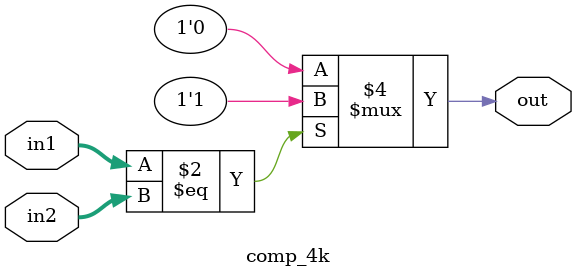
<source format=v>
module comp_4k#(
  parameter width = 10
)(
  input [width:0]  in1,
  input [width:0]  in2,  
  output  reg       out
);

  always @(*) begin
    if(in1 == in2)
      out = 1;
    else
      out = 0;
  end

endmodule

</source>
